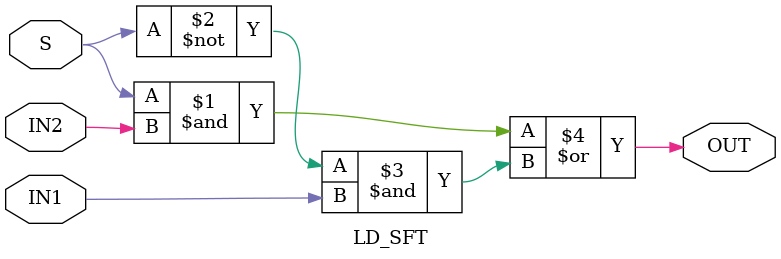
<source format=v>
`timescale 1ns / 1ps

// Author      : Venu Pabbuleti 
// ID          : N180116
//Branch       : ECE
//Project Name : RTL design using Verilog
//Design  Name : PARALLEL IN SERIAL OUT[PISO] SHIFT REGISTER
//Module       : LOAD AND SHIFT CIRCUIT TO PISO SHIFT REGISTER
//Module  Name : LD_SFT
//RGUKT NUZVID 
//////////////////////////////////////////////////////////////////////////////////



module LD_SFT(S,IN1,IN2,OUT);
input S,IN1,IN2;
output OUT;
assign OUT = (S&IN2)|(~S&IN1);
endmodule

</source>
